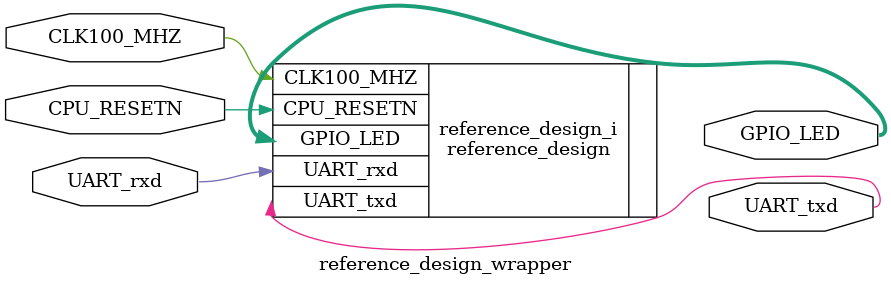
<source format=v>
`timescale 1 ps / 1 ps

module reference_design_wrapper
   (CLK100_MHZ,
    CPU_RESETN,
    GPIO_LED,
    UART_rxd,
    UART_txd);
  input CLK100_MHZ;
  input CPU_RESETN;
  output [15:0]GPIO_LED;
  input UART_rxd;
  output UART_txd;

  wire CLK100_MHZ;
  wire CPU_RESETN;
  wire [15:0]GPIO_LED;
  wire UART_rxd;
  wire UART_txd;

  reference_design reference_design_i
       (.CLK100_MHZ(CLK100_MHZ),
        .CPU_RESETN(CPU_RESETN),
        .GPIO_LED(GPIO_LED),
        .UART_rxd(UART_rxd),
        .UART_txd(UART_txd));
endmodule

</source>
